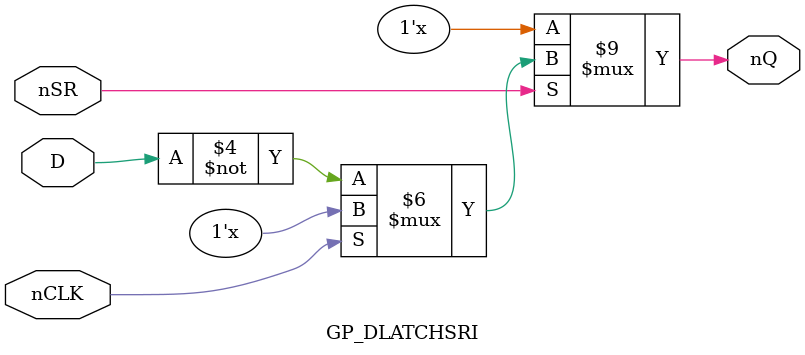
<source format=v>
module GP_DLATCHSRI(input D, input nCLK, input nSR, output reg nQ);
	parameter [0:0] INIT = 1'bx;
	parameter[0:0] SRMODE = 1'bx;
	initial nQ = INIT;
	always @(*) begin
		if(!nSR)
			nQ <= ~SRMODE;
		else if(!nCLK)
			nQ <= ~D;
	end
endmodule
</source>
